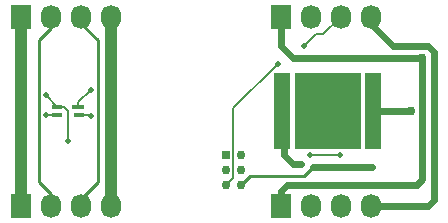
<source format=gbr>
G04 #@! TF.FileFunction,Copper,L2,Bot,Signal*
%FSLAX46Y46*%
G04 Gerber Fmt 4.6, Leading zero omitted, Abs format (unit mm)*
G04 Created by KiCad (PCBNEW (2015-09-02 BZR 6149, Git 4a56ee4)-product) date 11/10/2015 2:24:38 PM*
%MOMM*%
G01*
G04 APERTURE LIST*
%ADD10C,0.100000*%
%ADD11R,1.727200X2.032000*%
%ADD12O,1.727200X2.032000*%
%ADD13R,5.600000X6.460000*%
%ADD14R,1.400000X6.460000*%
%ADD15R,0.900000X0.350000*%
%ADD16R,1.000000X0.350000*%
%ADD17R,0.762000X0.762000*%
%ADD18C,0.762000*%
%ADD19C,0.508000*%
%ADD20C,0.600000*%
%ADD21C,0.254000*%
%ADD22C,0.152400*%
%ADD23C,1.000000*%
G04 APERTURE END LIST*
D10*
D11*
X78000000Y-52000000D03*
D12*
X80540000Y-52000000D03*
X83080000Y-52000000D03*
X85620000Y-52000000D03*
D11*
X78000000Y-68000000D03*
D12*
X80540000Y-68000000D03*
X83080000Y-68000000D03*
X85620000Y-68000000D03*
D11*
X56000000Y-52000000D03*
D12*
X58540000Y-52000000D03*
X61080000Y-52000000D03*
X63620000Y-52000000D03*
D11*
X56000000Y-68000000D03*
D12*
X58540000Y-68000000D03*
X61080000Y-68000000D03*
X63620000Y-68000000D03*
D13*
X82000000Y-60000000D03*
D14*
X78150000Y-60000000D03*
X85850000Y-60000000D03*
D15*
X60900000Y-60350000D03*
D16*
X60850000Y-59650000D03*
D15*
X59100000Y-60350000D03*
X59100000Y-59650000D03*
D17*
X73365000Y-63730000D03*
D18*
X74635000Y-63730000D03*
X73365000Y-65000000D03*
X74635000Y-65000000D03*
X73365000Y-66270000D03*
X74635000Y-66270000D03*
X90000000Y-55500000D03*
D19*
X80750000Y-64750000D03*
X85750000Y-64750000D03*
X83000000Y-63750000D03*
X80500000Y-63750000D03*
X80000000Y-54500000D03*
X77750000Y-56000000D03*
X58100000Y-58600000D03*
X60000000Y-62500000D03*
X61900000Y-58200000D03*
X79750000Y-64500000D03*
D18*
X89000000Y-60000000D03*
D19*
X61900000Y-60400000D03*
X58100000Y-60300000D03*
D20*
X90000000Y-55500000D02*
X90000000Y-65750000D01*
X90000000Y-65750000D02*
X89500000Y-66250000D01*
X89500000Y-66250000D02*
X78500000Y-66250000D01*
X78500000Y-66250000D02*
X78000000Y-66750000D01*
X78000000Y-66750000D02*
X78000000Y-68000000D01*
X78000000Y-52000000D02*
X78000000Y-54500000D01*
X79000000Y-55500000D02*
X90000000Y-55500000D01*
X78000000Y-54500000D02*
X79000000Y-55500000D01*
D21*
X74635000Y-66270000D02*
X75405000Y-65500000D01*
X80000000Y-65500000D02*
X80750000Y-64750000D01*
X75405000Y-65500000D02*
X80000000Y-65500000D01*
D20*
X80750000Y-64750000D02*
X85750000Y-64750000D01*
X85620000Y-52000000D02*
X85620000Y-52620000D01*
X85620000Y-52620000D02*
X87500000Y-54500000D01*
X90500000Y-68000000D02*
X85620000Y-68000000D01*
X91000000Y-67500000D02*
X90500000Y-68000000D01*
X91000000Y-55000000D02*
X91000000Y-67500000D01*
X90500000Y-54500000D02*
X91000000Y-55000000D01*
X87500000Y-54500000D02*
X90500000Y-54500000D01*
D22*
X80500000Y-63750000D02*
X83000000Y-63750000D01*
X81580000Y-53500000D02*
X83080000Y-52000000D01*
X81000000Y-53500000D02*
X81580000Y-53500000D01*
X80000000Y-54500000D02*
X81000000Y-53500000D01*
X73365000Y-66270000D02*
X74000000Y-65635000D01*
X74000000Y-59750000D02*
X77750000Y-56000000D01*
X74000000Y-65635000D02*
X74000000Y-59750000D01*
X59100000Y-59650000D02*
X58100000Y-58650000D01*
X58100000Y-58650000D02*
X58100000Y-58600000D01*
X59100000Y-59650000D02*
X59650000Y-59650000D01*
X60000000Y-60000000D02*
X60000000Y-62500000D01*
X59650000Y-59650000D02*
X60000000Y-60000000D01*
X60850000Y-59250000D02*
X61900000Y-58200000D01*
X60850000Y-59650000D02*
X60850000Y-59250000D01*
D20*
X78250000Y-63750000D02*
X78250000Y-60100000D01*
X79000000Y-64500000D02*
X78250000Y-63750000D01*
X79750000Y-64500000D02*
X79000000Y-64500000D01*
X78250000Y-60100000D02*
X78150000Y-60000000D01*
X85850000Y-60000000D02*
X89000000Y-60000000D01*
D22*
X60900000Y-60350000D02*
X61850000Y-60350000D01*
X61850000Y-60350000D02*
X61900000Y-60400000D01*
X58100000Y-60300000D02*
X58150000Y-60350000D01*
X58150000Y-60350000D02*
X59100000Y-60350000D01*
D23*
X63620000Y-68000000D02*
X63620000Y-52000000D01*
X56000000Y-52000000D02*
X56000000Y-68000000D01*
D21*
X56000000Y-52000000D02*
X56250000Y-52250000D01*
X58540000Y-52000000D02*
X58540000Y-52960000D01*
X58540000Y-52960000D02*
X57500000Y-54000000D01*
X57500000Y-66000000D02*
X58540000Y-67040000D01*
X57500000Y-54000000D02*
X57500000Y-66000000D01*
X58540000Y-67040000D02*
X58540000Y-68000000D01*
X61080000Y-52000000D02*
X61080000Y-52580000D01*
X61080000Y-52580000D02*
X62500000Y-54000000D01*
X62500000Y-66000000D02*
X61080000Y-67420000D01*
X62500000Y-54000000D02*
X62500000Y-66000000D01*
X61080000Y-67420000D02*
X61080000Y-68000000D01*
M02*

</source>
